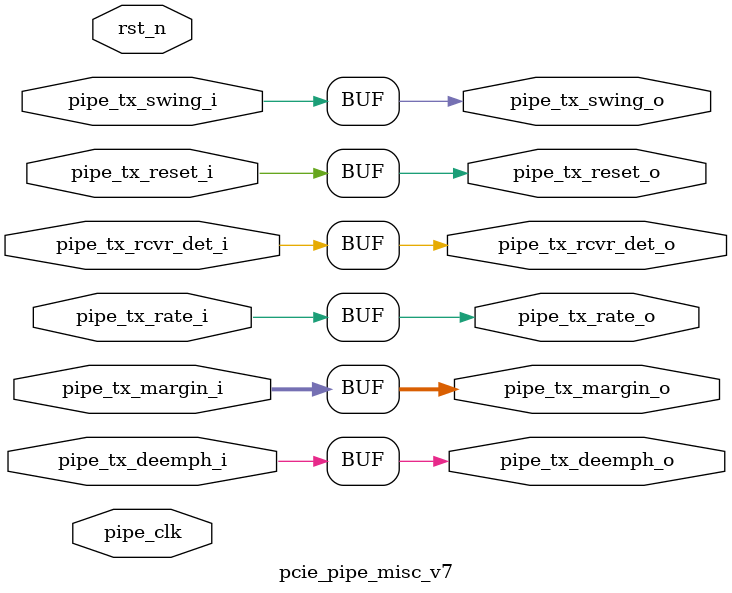
<source format=v>

`timescale 1ns/1ns

module pcie_pipe_misc_v7 #
(
    parameter        PIPE_PIPELINE_STAGES = 0    // 0 - 0 stages, 1 - 1 stage, 2 - 2 stages
)
(

    input   wire        pipe_tx_rcvr_det_i       ,
    input   wire        pipe_tx_reset_i          ,
    input   wire        pipe_tx_rate_i           ,
    input   wire        pipe_tx_deemph_i         ,
    input   wire [2:0]  pipe_tx_margin_i         ,
    input   wire        pipe_tx_swing_i          ,

    output  wire        pipe_tx_rcvr_det_o       ,
    output  wire        pipe_tx_reset_o          ,
    output  wire        pipe_tx_rate_o           ,
    output  wire        pipe_tx_deemph_o         ,
    output  wire [2:0]  pipe_tx_margin_o         ,
    output  wire        pipe_tx_swing_o          ,
 
    input   wire        pipe_clk                , 
    input   wire        rst_n 
);

//******************************************************************//
// Reality check.                                                   //
//******************************************************************//

    parameter TCQ  = 1;      // clock to out delay model

    reg                pipe_tx_rcvr_det_q       ;
    reg                pipe_tx_reset_q          ;
    reg                pipe_tx_rate_q           ;
    reg                pipe_tx_deemph_q         ;
    reg [2:0]          pipe_tx_margin_q         ;
    reg                pipe_tx_swing_q          ;

    reg                pipe_tx_rcvr_det_qq      ;
    reg                pipe_tx_reset_qq         ;
    reg                pipe_tx_rate_qq          ;
    reg                pipe_tx_deemph_qq        ;
    reg [2:0]          pipe_tx_margin_qq        ;
    reg                pipe_tx_swing_qq         ;

    generate

      if (PIPE_PIPELINE_STAGES == 0) begin


        assign pipe_tx_rcvr_det_o = pipe_tx_rcvr_det_i;
        assign pipe_tx_reset_o  = pipe_tx_reset_i;
        assign pipe_tx_rate_o = pipe_tx_rate_i;
        assign pipe_tx_deemph_o = pipe_tx_deemph_i;
        assign pipe_tx_margin_o = pipe_tx_margin_i;
        assign pipe_tx_swing_o = pipe_tx_swing_i;

      end else if (PIPE_PIPELINE_STAGES == 1) begin

        always @(posedge pipe_clk) begin

          if (rst_n) begin

            pipe_tx_rcvr_det_q <= #TCQ 0;
            pipe_tx_reset_q  <= #TCQ 1'b1;
            pipe_tx_rate_q <= #TCQ 0;
            pipe_tx_deemph_q <= #TCQ 1'b1;
            pipe_tx_margin_q <= #TCQ 0;
            pipe_tx_swing_q <= #TCQ 0;

          end else begin
       
            pipe_tx_rcvr_det_q <= #TCQ pipe_tx_rcvr_det_i;
            pipe_tx_reset_q  <= #TCQ pipe_tx_reset_i;
            pipe_tx_rate_q <= #TCQ pipe_tx_rate_i;
            pipe_tx_deemph_q <= #TCQ pipe_tx_deemph_i;
            pipe_tx_margin_q <= #TCQ pipe_tx_margin_i;
            pipe_tx_swing_q <= #TCQ pipe_tx_swing_i;

          end
       
        end

        assign pipe_tx_rcvr_det_o = pipe_tx_rcvr_det_q;
        assign pipe_tx_reset_o  = pipe_tx_reset_q;
        assign pipe_tx_rate_o = pipe_tx_rate_q;
        assign pipe_tx_deemph_o = pipe_tx_deemph_q;
        assign pipe_tx_margin_o = pipe_tx_margin_q;
        assign pipe_tx_swing_o = pipe_tx_swing_q;

      end else if (PIPE_PIPELINE_STAGES == 2) begin

        always @(posedge pipe_clk) begin

          if (rst_n) begin

            pipe_tx_rcvr_det_q <= #TCQ 0;
            pipe_tx_reset_q  <= #TCQ 1'b1;
            pipe_tx_rate_q <= #TCQ 0;
            pipe_tx_deemph_q <= #TCQ 1'b1;
            pipe_tx_margin_q <= #TCQ 0;
            pipe_tx_swing_q <= #TCQ 0;

            pipe_tx_rcvr_det_qq <= #TCQ 0;
            pipe_tx_reset_qq  <= #TCQ 1'b1;
            pipe_tx_rate_qq <= #TCQ 0;
            pipe_tx_deemph_qq <= #TCQ 1'b1;
            pipe_tx_margin_qq <= #TCQ 0;
            pipe_tx_swing_qq <= #TCQ 0;

          end else begin
       
            pipe_tx_rcvr_det_q <= #TCQ pipe_tx_rcvr_det_i;
            pipe_tx_reset_q  <= #TCQ pipe_tx_reset_i;
            pipe_tx_rate_q <= #TCQ pipe_tx_rate_i;
            pipe_tx_deemph_q <= #TCQ pipe_tx_deemph_i;
            pipe_tx_margin_q <= #TCQ pipe_tx_margin_i;
            pipe_tx_swing_q <= #TCQ pipe_tx_swing_i;

            pipe_tx_rcvr_det_qq <= #TCQ pipe_tx_rcvr_det_q;
            pipe_tx_reset_qq  <= #TCQ pipe_tx_reset_q;
            pipe_tx_rate_qq <= #TCQ pipe_tx_rate_q;
            pipe_tx_deemph_qq <= #TCQ pipe_tx_deemph_q;
            pipe_tx_margin_qq <= #TCQ pipe_tx_margin_q;
            pipe_tx_swing_qq <= #TCQ pipe_tx_swing_q;

          end
       
        end

        assign pipe_tx_rcvr_det_o = pipe_tx_rcvr_det_qq;
        assign pipe_tx_reset_o  = pipe_tx_reset_qq;
        assign pipe_tx_rate_o = pipe_tx_rate_qq;
        assign pipe_tx_deemph_o = pipe_tx_deemph_qq;
        assign pipe_tx_margin_o = pipe_tx_margin_qq;
        assign pipe_tx_swing_o = pipe_tx_swing_qq;

      end

    endgenerate

endmodule

</source>
